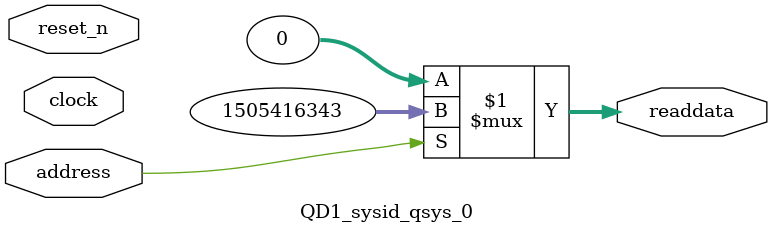
<source format=v>



// synthesis translate_off
`timescale 1ns / 1ps
// synthesis translate_on

// turn off superfluous verilog processor warnings 
// altera message_level Level1 
// altera message_off 10034 10035 10036 10037 10230 10240 10030 

module QD1_sysid_qsys_0 (
               // inputs:
                address,
                clock,
                reset_n,

               // outputs:
                readdata
             )
;

  output  [ 31: 0] readdata;
  input            address;
  input            clock;
  input            reset_n;

  wire    [ 31: 0] readdata;
  //control_slave, which is an e_avalon_slave
  assign readdata = address ? 1505416343 : 0;

endmodule




</source>
